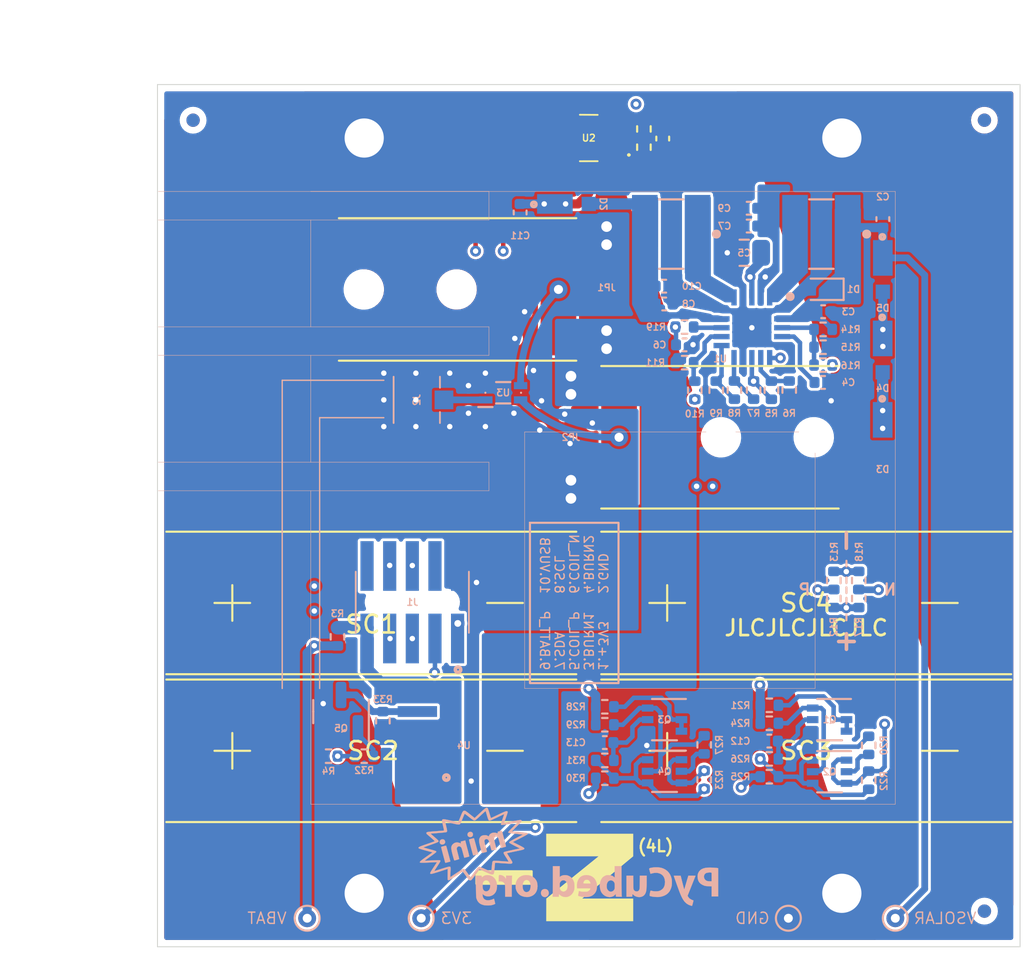
<source format=kicad_pcb>
(kicad_pcb (version 20211014) (generator pcbnew)
  (layers (0 "F.Cu" signal "Top") (1 "In1.Cu" signal) (2 "In2.Cu" signal) (31 "B.Cu" signal "Bottom") (34 "B.Paste" user) (35 "F.Paste" user) (36 "B.SilkS" user "B.Silkscreen") (37 "F.SilkS" user "F.Silkscreen") (38 "B.Mask" user) (39 "F.Mask" user) (44 "Edge.Cuts" user))
  (net 0 "")
  (net 1 "GND")
  (net 2 "+3V3")
  (net 3 "Net-(C7-Pad1)")
  (net 4 "Net-(L1-Pad2)")
  (net 5 "VOUT_EN")
  (net 6 "VSOLAR")
  (net 7 "VBAT_OK")
  (net 8 "VUSB")
  (net 9 "BATT_P")
  (net 10 "COIL_N")
  (net 11 "COIL_P")
  (net 12 "Net-(C4-Pad1)")
  (net 13 "Net-(C10-Pad1)")
  (net 14 "Net-(L2-Pad1)")
  (net 15 "Net-(R10-Pad2)")
  (net 16 "Net-(R5-Pad1)")
  (net 17 "Net-(R7-Pad1)")
  (net 18 "Net-(R8-Pad1)")
  (net 19 "Net-(R10-Pad1)")
  (net 20 "Net-(R14-Pad1)")
  (net 21 "Net-(C12-Pad1)")
  (net 22 "/coil")
  (net 23 "/VSOLAR_FULL")
  (net 24 "BURN1")
  (net 25 "Net-(C13-Pad1)")
  (net 26 "Net-(D3-Pad1)")
  (net 27 "SDA")
  (net 28 "SCL")
  (net 29 "BURN2")
  (net 30 "Net-(Q1-Pad2)")
  (net 31 "Net-(Q1-Pad6)")
  (net 32 "Net-(Q2-Pad2)")
  (net 33 "SCL_LS")
  (net 34 "Net-(Q3-Pad2)")
  (net 35 "Net-(Q3-Pad6)")
  (net 36 "Net-(Q4-Pad2)")
  (net 37 "SDA_LS")
  (net 38 "Net-(R1-Pad1)")
  (net 40 "VBAT")
  (net 41 "Net-(H5-Pad1)")
  (net 42 "Net-(H6-Pad1)")
  (net 43 "Net-(J2-Pad3)")
  (net 44 "/VBURN")
  (net 45 "Net-(Q5-Pad1)")
  (net 46 "Net-(Q5-Pad3)")
  (footprint "solarpanels:KXOB25-05X3F" (layer "F.Cu") (at 84 71.4)
    (fp_text reference "SC1")
    (fp_text value "SolarCell_Small")
  )
  (footprint "solarpanels:KXOB25-05X3F" (layer "F.Cu") (at 108.4 71.4)
    (fp_text reference "SC4")
    (fp_text value "SolarCell_Small")
  )
  (footprint "Capacitor_SMD:C_0402_1005Metric" (layer "F.Cu") (at 110.85 45.33 -90)
    (fp_text reference "C1" hide)
    (fp_text value "1uF")
  )
  (footprint "Resistor_SMD:R_0402_1005Metric" (layer "F.Cu") (at 109.794203 45.815003 -90)
    (fp_text reference "R1" hide)
    (fp_text value "0")
  )
  (footprint "solarpanels:TSL2561" (layer "F.Cu") (at 106.7 45.3 180)
    (fp_text reference "U2")
    (fp_text value "TSL2561" hide)
  )
  (footprint "Resistor_SMD:R_0402_1005Metric" (layer "F.Cu") (at 109.794203 44.790003 -90)
    (fp_text reference "R2" hide)
    (fp_text value "0")
  )
  (footprint "Fiducial:Fiducial_0.75mm_Mask1.5mm" (layer "F.Cu") (at 128.9 88.7)
    (fp_text reference "REF**" hide)
    (fp_text value "Fiducial_0.75mm_Mask1.5mm")
  )
  (footprint "Fiducial:Fiducial_0.75mm_Mask1.5mm" (layer "F.Cu") (at 84.5 44.3)
    (fp_text reference "REF**" hide)
    (fp_text value "Fiducial_0.75mm_Mask1.5mm")
  )
  (footprint "Fiducial:Fiducial_0.75mm_Mask1.5mm" (layer "F.Cu") (at 128.9 44.3)
    (fp_text reference "REF**" hide)
    (fp_text value "Fiducial_0.75mm_Mask1.5mm")
  )
  (footprint "solarpanels:KXOB25-05X3F" (layer "F.Cu") (at 108.4 79.7)
    (fp_text reference "SC3")
    (fp_text value "SolarCell_Small")
  )
  (footprint "solarpanels:KXOB25-05X3F" (layer "F.Cu") (at 84 79.7)
    (fp_text reference "SC2")
    (fp_text value "SolarCell_Small")
  )
  (footprint "custom-footprints:ypanel" (layer "F.Cu") (at 106.0958 86.5632)
    (fp_text reference "Ref**" hide)
    (fp_text value "Val**" hide)
  )
  (footprint "solarpanels:Antenna Mount" (layer "F.Cu") (at 105 53.8 180)
    (fp_text reference "H6" hide)
    (fp_text value "MountingHole_Pad")
  )
  (footprint "solarpanels:Antenna Mount" (layer "F.Cu") (at 108.4 62.1)
    (fp_text reference "H5" hide)
    (fp_text value "MountingHole_Pad")
  )
  (footprint "Capacitor_SMD:C_0805_2012Metric" (layer "B.Cu") (at 115.421215 51.742156 180)
    (fp_text reference "C5")
    (fp_text value "100uF")
  )
  (footprint "Capacitor_SMD:C_0402_1005Metric" (layer "B.Cu") (at 115.671215 49.242156 180)
    (fp_text reference "C9")
    (fp_text value "0.1uF")
  )
  (footprint "Capacitor_SMD:C_0402_1005Metric" (layer "B.Cu") (at 110.933665 54.616656)
    (fp_text reference "C8")
    (fp_text value "22uF")
  )
  (footprint "Capacitor_SMD:C_0402_1005Metric" (layer "B.Cu") (at 112.075 56.91)
    (fp_text reference "C6")
    (fp_text value "1uF")
  )
  (footprint "Capacitor_SMD:C_0402_1005Metric" (layer "B.Cu") (at 119.846965 59.021156)
    (fp_text reference "C4")
    (fp_text value "10nF")
  )
  (footprint "solarpanels:LPS4018" (layer "B.Cu") (at 111.322765 50.692156 180)
    (fp_text reference "L2" hide)
    (fp_text value "10uH-LPS4018-103MR" hide)
  )
  (footprint "Resistor_SMD:R_0402_1005Metric" (layer "B.Cu") (at 119.850005 57.042156 180)
    (fp_text reference "R15")
    (fp_text value "0")
  )
  (footprint "Resistor_SMD:R_0402_1005Metric" (layer "B.Cu") (at 113.850005 59.457844 90)
    (fp_text reference "R9")
    (fp_text value "4.53M")
  )
  (footprint "Resistor_SMD:R_0402_1005Metric" (layer "B.Cu") (at 112.075 57.91)
    (fp_text reference "R11")
    (fp_text value "4.75M")
  )
  (footprint "Resistor_SMD:R_0402_1005Metric" (layer "B.Cu") (at 115.950005 59.45 90)
    (fp_text reference "R7")
    (fp_text value "374K")
  )
  (footprint "Resistor_SMD:R_0402_1005Metric" (layer "B.Cu") (at 112.075 55.91 180)
    (fp_text reference "R19")
    (fp_text value "0")
  )
  (footprint "Resistor_SMD:R_0402_1005Metric" (layer "B.Cu") (at 114.871215 59.45 90)
    (fp_text reference "R8")
    (fp_text value "8.25M")
  )
  (footprint "Resistor_SMD:R_0402_1005Metric" (layer "B.Cu") (at 119.850005 56.042156)
    (fp_text reference "R14")
    (fp_text value "0")
  )
  (footprint "Resistor_SMD:R_0402_1005Metric" (layer "B.Cu") (at 112.65 59.46 -90)
    (fp_text reference "R10")
    (fp_text value "8.25M")
  )
  (footprint "solarpanels:QFN50P350X350X100-21N-D" (layer "B.Cu") (at 115.85 55.95 180)
    (fp_text reference "U1")
    (fp_text value "BQ25570RGRR" hide)
  )
  (footprint "solarpanels:LPS4018" (layer "B.Cu") (at 119.751555 50.692156 180)
    (fp_text reference "L1" hide)
    (fp_text value "22uH-LPS4018-223MR" hide)
  )
  (footprint "Resistor_SMD:R_0402_1005Metric" (layer "B.Cu") (at 119.849965 58.045956 180)
    (fp_text reference "R16")
    (fp_text value "0")
  )
  (footprint "Resistor_SMD:R_0402_1005Metric" (layer "B.Cu") (at 116.946965 59.457844 -90)
    (fp_text reference "R5")
    (fp_text value "7.32M")
  )
  (footprint "Capacitor_SMD:C_0402_1005Metric" (layer "B.Cu") (at 115.671215 50.242156 180)
    (fp_text reference "C7")
    (fp_text value "4.7uF")
  )
  (footprint "solarpanels:MICROSMP" (layer "B.Cu") (at 105.45 49)
    (fp_text reference "D2")
    (fp_text value "MSS1P4-M3_89A" hide)
  )
  (footprint "Resistor_SMD:R_0402_1005Metric" (layer "B.Cu") (at 117.946965 59.45 90)
    (fp_text reference "R6")
    (fp_text value "5.62M")
  )
  (footprint "Capacitor_SMD:C_0402_1005Metric" (layer "B.Cu") (at 123.2 49.85 90)
    (fp_text reference "C2")
    (fp_text value "0.1uF")
  )
  (footprint "Capacitor_SMD:C_0402_1005Metric" (layer "B.Cu") (at 119.850005 55.05)
    (fp_text reference "C3")
    (fp_text value "4.7uF")
  )
  (footprint "TestPoint:TestPoint_THTPad_D1.0mm_Drill0.5mm" (layer "B.Cu") (at 117.9 89.1)
    (fp_text reference "TP2" hide)
    (fp_text value "TP")
  )
  (footprint "TestPoint:TestPoint_THTPad_D1.0mm_Drill0.5mm" (layer "B.Cu") (at 97.3 89.1)
    (fp_text reference "TP3" hide)
    (fp_text value "TP")
  )
  (footprint "TestPoint:TestPoint_THTPad_D1.0mm_Drill0.5mm" (layer "B.Cu") (at 90.9 89.1)
    (fp_text reference "TP4" hide)
    (fp_text value "TP")
  )
  (footprint "TestPoint:TestPoint_THTPad_D1.0mm_Drill0.5mm" (layer "B.Cu") (at 123.9 89.1)
    (fp_text reference "TP1" hide)
    (fp_text value "TP")
  )
  (footprint "Resistor_SMD:R_0402_1005Metric" (layer "B.Cu") (at 121.85 70.14 -90)
    (fp_text reference "R18")
    (fp_text value "0")
  )
  (footprint "Resistor_SMD:R_0402_1005Metric" (layer "B.Cu") (at 121.85 71.15 -90)
    (fp_text reference "R17")
    (fp_text value "0")
  )
  (footprint "Resistor_SMD:R_0402_1005Metric" (layer "B.Cu") (at 120.45 71.15 -90)
    (fp_text reference "R12")
    (fp_text value "0")
  )
  (footprint "Resistor_SMD:R_0402_1005Metric" (layer "B.Cu") (at 120.45 70.14 -90)
    (fp_text reference "R13")
    (fp_text value "0")
  )
  (footprint "Fiducial:Fiducial_0.75mm_Mask1.5mm" (layer "B.Cu") (at 128.9 44.3)
    (fp_text reference "REF**" hide)
    (fp_text value "Fiducial_0.75mm_Mask1.5mm")
  )
  (footprint "Fiducial:Fiducial_0.75mm_Mask1.5mm" (layer "B.Cu") (at 84.5 44.3)
    (fp_text reference "REF**" hide)
    (fp_text value "Fiducial_0.75mm_Mask1.5mm")
  )
  (footprint "Fiducial:Fiducial_0.75mm_Mask1.5mm" (layer "B.Cu") (at 128.9 88.7)
    (fp_text reference "REF**" hide)
    (fp_text value "Fiducial_0.75mm_Mask1.5mm")
  )
  (footprint "Diode_SMD:D_SOD-523" (layer "B.Cu") (at 119.850765 53.792156 180)
    (fp_text reference "D1")
    (fp_text value "SZMM5Z5V1T1G")
  )
  (footprint "Resistor_SMD:R_0402_1005Metric" (layer "B.Cu") (at 116.830711 77.144289)
    (fp_text reference "R21")
    (fp_text value "100K")
  )
  (footprint "Resistor_SMD:R_0402_1005Metric" (layer "B.Cu") (at 113.175 79.364 90)
    (fp_text reference "R27")
    (fp_text value "680")
  )
  (footprint "solarpanels:MICROSMP" (layer "B.Cu") (at 123.2 52.68 -90)
    (fp_text reference "D5")
    (fp_text value "MSS1P4-M3_89A" hide)
  )
  (footprint "solarpanels:MICROSMP" (layer "B.Cu") (at 123.19 61.77 -90)
    (fp_text reference "D3")
    (fp_text value "MSS1P4-M3_89A" hide)
  )
  (footprint "Capacitor_SMD:C_0402_1005Metric" (layer "B.Cu") (at 102.85 49.48 -90)
    (fp_text reference "C11")
    (fp_text value "0.1uF")
  )
  (footprint "Resistor_SMD:R_0402_1005Metric" (layer "B.Cu") (at 122.405711 79.394289 90)
    (fp_text reference "R20")
    (fp_text value "680")
  )
  (footprint "MountingHole:MountingHole_2.2mm_M2_DIN965_Pad" (layer "B.Cu") (at 94.1 45.3 180)
    (fp_text reference "H2" hide)
    (fp_text value "MountingHole")
  )
  (footprint "custom-footprints:pycubed_mini_logo" (layer "B.Cu") (at 98.758009 85.133348 180)
    (fp_text reference "Ref**" hide)
    (fp_text value "Val**" hide)
  )
  (footprint "Resistor_SMD:R_0402_1005Metric" (layer "B.Cu") (at 113.175 81.325 90)
    (fp_text reference "R23")
    (fp_text value "0")
  )
  (footprint "Capacitor_SMD:C_0402_1005Metric" (layer "B.Cu") (at 116.830711 79.154289 180)
    (fp_text reference "C12")
    (fp_text value "10nF")
  )
  (footprint "solarpanels:ATB2012" (layer "B.Cu") (at 101.9 59.6)
    (fp_text reference "U3")
    (fp_text value "ATB2012-50011-T000")
  )
  (footprint "Resistor_SMD:R_0402_1005Metric" (layer "B.Cu") (at 107.6 77.227991)
    (fp_text reference "R28")
    (fp_text value "100K")
  )
  (footprint "Resistor_SMD:R_0402_1005Metric" (layer "B.Cu") (at 94.1 80 180)
    (fp_text reference "R32")
    (fp_text value "4.7k")
  )
  (footprint "Resistor_SMD:R_0402_1005Metric" (layer "B.Cu") (at 122.405711 81.350089 90)
    (fp_text reference "R22")
    (fp_text value "0")
  )
  (footprint "Resistor_SMD:R_0402_1005Metric" (layer "B.Cu") (at 92.1 80 180)
    (fp_text reference "R4")
    (fp_text value "10k")
  )
  (footprint "Resistor_SMD:R_0402_1005Metric" (layer "B.Cu") (at 95.15 78.01 -90)
    (fp_text reference "R33")
    (fp_text value "100k")
  )
  (footprint "Resistor_SMD:R_0402_1005Metric" (layer "B.Cu") (at 116.830711 78.154289)
    (fp_text reference "R24")
    (fp_text value "10K")
  )
  (footprint "solarpanels:Burn-Wire" (layer "B.Cu") (at 107.7 53.7)
    (fp_text reference "JP1")
    (fp_text value "Jumper")
  )
  (footprint "Resistor_SMD:R_0402_1005Metric" (layer "B.Cu") (at 107.6 80.237991)
    (fp_text reference "R31")
    (fp_text value "200K")
  )
  (footprint "Resistor_SMD:R_0402_1005Metric" (layer "B.Cu") (at 116.830711 81.154289)
    (fp_text reference "R25")
    (fp_text value "10K")
  )
  (footprint "Package_TO_SOT_SMD:SOT-363_SC-70-6" (layer "B.Cu") (at 110.95 77.95 180)
    (fp_text reference "Q3")
    (fp_text value "BSS138DWQ-7")
  )
  (footprint "MountingHole:MountingHole_2.2mm_M2_DIN965_Pad" (layer "B.Cu") (at 120.900012 87.700002 180)
    (fp_text reference "H4" hide)
    (fp_text value "MountingHole")
  )
  (footprint "Package_TO_SOT_SMD:SOT-23" (layer "B.Cu") (at 92.8 77.5 90)
    (fp_text reference "Q5")
    (fp_text value "IRLML2803")
  )
  (footprint "Resistor_SMD:R_0402_1005Metric" (layer "B.Cu") (at 116.830711 80.154289)
    (fp_text reference "R26")
    (fp_text value "200K")
  )
  (footprint "Resistor_SMD:R_0402_1005Metric" (layer "B.Cu") (at 92.6 73.3 -90)
    (fp_text reference "R3")
    (fp_text value "0")
  )
  (footprint "solarpanels:Burn-Wire" (layer "B.Cu") (at 105.7 62.1 180)
    (fp_text reference "JP2")
    (fp_text value "Jumper")
  )
  (footprint "MountingHole:MountingHole_2.2mm_M2_DIN965_Pad" (layer "B.Cu") (at 94.09999 87.700002 180)
    (fp_text reference "H3" hide)
    (fp_text value "MountingHole")
  )
  (footprint "solarpanels:U.FL-R-SMT-1" (layer "B.Cu") (at 97.05 60 -90)
    (fp_text reference "J2")
    (fp_text value "U.FL-R-SMT-1" hide)
  )
  (footprint "Package_TO_SOT_SMD:SOT-363_SC-70-6" (layer "B.Cu") (at 120.2118 80.875 180)
    (fp_text reference "Q2")
    (fp_text value "MBT2222ADW1T1")
  )
  (footprint "Resistor_SMD:R_0402_1005Metric" (layer "B.Cu") (at 107.6 81.237991)
    (fp_text reference "R30")
    (fp_text value "10K")
  )
  (footprint "Package_TO_SOT_SMD:SOT-363_SC-70-6" (layer "B.Cu") (at 120.2118 77.95 180)
    (fp_text reference "Q1")
    (fp_text value "BSS138DWQ-7")
  )
  (footprint "solarpanels:NDS8434" (layer "B.Cu") (at 99.7 79.4 90)
    (fp_text reference "U4")
    (fp_text value "NDS8434" hide)
  )
  (footprint "Package_TO_SOT_SMD:SOT-363_SC-70-6" (layer "B.Cu") (at 110.95 80.85 180)
    (fp_text reference "Q4")
    (fp_text value "MBT2222ADW1T1")
  )
  (footprint "Capacitor_SMD:C_0402_1005Metric" (layer "B.Cu") (at 107.6 79.237991 180)
    (fp_text reference "C13")
    (fp_text value "10nF")
  )
  (footprint "MountingHole:MountingHole_2.2mm_M2_DIN965_Pad" (layer "B.Cu") (at 120.900012 45.300011 180)
    (fp_text reference "H1" hide)
    (fp_text value "MountingHole")
  )
  (footprint "Resistor_SMD:R_0402_1005Metric" (layer "B.Cu") (at 107.6 78.237991)
    (fp_text reference "R29")
    (fp_text value "10K")
  )
  (footprint "Capacitor_SMD:C_0402_1005Metric" (layer "B.Cu") (at 110.933665 53.616656)
    (fp_text reference "C10")
    (fp_text value "0.1uF")
  )
  (footprint "batteryboard:FTS-105-XX-YY-DV-A" (layer "B.Cu") (at 96.8 71.36 180)
    (fp_text reference "J1")
    (fp_text value "FTS-105-01-L-DV-A" hide)
  )
  (footprint "solarpanels:MICROSMP" (layer "B.Cu") (at 123.19 57.2 -90)
    (fp_text reference "D4")
    (fp_text value "MSS1P4-M3_89A" hide)
  )
  (gr_line (start 121.158 70.2818) (end 121.158 69.9643) (layer "B.SilkS") (width 0.12))
  (gr_line (start 121.158 70.52475) (end 121.158 70.84225) (layer "B.SilkS") (width 0.12))
  (gr_line (start 121.158 71.11365) (end 121.158 71.43115) (layer "B.SilkS") (width 0.12))
  (gr_line (start 121.158 69.0325) (end 121.158 69.35) (layer "B.SilkS") (width 0.12))
  (gr_line (start 121.158 72.37095) (end 121.158 72.05345) (layer "B.SilkS") (width 0.12))
  (gr_line (start 91.1 82.7) (end 91.1 65.1) (layer "B.SilkS") (width 0.0254))
  (gr_line (start 119.4 76.2) (end 103.1 76.2) (layer "B.SilkS") (width 0.0254))
  (gr_line (start 89.5 58.9) (end 89.5 76.2) (layer "B.SilkS") (width 0.0762))
  (gr_line (start 101.1 55.9) (end 82.55 55.9) (layer "B.SilkS") (width 0.0254))
  (gr_line (start 103.1 61.8) (end 119.4 61.8) (layer "B.SilkS") (width 0.0254))
  (gr_rect (start 103.4 66.9) (end 108.37 75.9) (layer "B.SilkS") (width 0.12) (fill none))
  (gr_line (start 82.55 57.5) (end 101.1 57.5) (layer "B.SilkS") (width 0.0254))
  (gr_line (start 95.2 61) (end 91.6 61) (layer "B.SilkS") (width 0.0762))
  (gr_line (start 119.4 61.8) (end 119.4 76.2) (layer "B.SilkS") (width 0.0254))
  (gr_line (start 101.1 63.5) (end 82.55 63.5) (layer "B.SilkS") (width 0.0254))
  (gr_line (start 95.2 58.9) (end 89.5 58.9) (layer "B.SilkS") (width 0.0762))
  (gr_line (start 101.1 57.5) (end 101.1 55.9) (layer "B.SilkS") (width 0.0254))
  (gr_line (start 123.9 48.3) (end 123.9 82.7) (layer "B.SilkS") (width 0.0254))
  (gr_line (start 91.1 48.3) (end 123.9 48.3) (layer "B.SilkS") (width 0.0254))
  (gr_line (start 123.9 82.7) (end 91.1 82.7) (layer "B.SilkS") (width 0.0254))
  (gr_line (start 91.1 55.9) (end 91.1 49.9) (layer "B.SilkS") (width 0.0254))
  (gr_line (start 82.55 49.9) (end 101.1 49.9) (layer "B.SilkS") (width 0.0254))
  (gr_line (start 91.1 63.5) (end 91.1 57.5) (layer "B.SilkS") (width 0.0254))
  (gr_line (start 101.1 65.1) (end 101.1 63.5) (layer "B.SilkS") (width 0.0254))
  (gr_line (start 91.6 61) (end 91.6 76.2) (layer "B.SilkS") (width 0.0762))
  (gr_line (start 101.1 49.9) (end 101.1 48.3) (layer "B.SilkS") (width 0.0254))
  (gr_line (start 103.1 76.2) (end 103.1 61.8) (layer "B.SilkS") (width 0.0254))
  (gr_line (start 82.55 65.1) (end 101.1 65.1) (layer "B.SilkS") (width 0.0254))
  (gr_line (start 101.1 48.3) (end 82.55 48.3) (layer "B.SilkS") (width 0.0254))
  (gr_line (start 82.5 90.7) (end 82.5 42.3) (layer "Edge.Cuts") (width 0.05))
  (gr_line (start 82.5 42.3) (end 130.9 42.3) (layer "Edge.Cuts") (width 0.05))
  (gr_line (start 82.5 90.7) (end 130.9 90.7) (layer "Edge.Cuts") (width 0.05))
  (gr_line (start 130.9 42.3) (end 130.9 90.7) (layer "Edge.Cuts") (width 0.05))
  (gr_text "GND" (at 116.9 89.1) (layer "B.SilkS") (effects (font (size 0.635 0.635) (thickness 0.0762)) (justify left mirror)))
  (gr_text "VSOLAR" (at 128.5 89.1) (layer "B.SilkS") (effects (font (size 0.635 0.635) (thickness 0.0762)) (justify left mirror)))
  (gr_text "VBAT" (at 89.8 89.1) (layer "B.SilkS") (effects (font (size 0.635 0.635) (thickness 0.0762)) (justify left mirror)))
  (gr_text "3V3" (at 100.2 89.1) (layer "B.SilkS") (effects (font (size 0.635 0.635) (thickness 0.0762)) (justify left mirror)))
  (gr_text "+" (at 121.158 73.4822) (layer "B.SilkS") (effects (font (size 1.143 1.143) (thickness 0.2032)) (justify mirror)))
  (gr_text "P" (at 118.8 70.65) (layer "B.SilkS") (effects (font (size 0.635 0.635) (thickness 0.127)) (justify mirror)))
  (gr_text "N" (at 123.6 70.65) (layer "B.SilkS") (effects (font (size 0.635 0.635) (thickness 0.127)) (justify mirror)))
  (gr_text "-" (at 121.2342 67.8942 270) (layer "B.SilkS") (effects (font (size 1.143 1.143) (thickness 0.2032)) (justify mirror)))
  (gr_text "2.GND\n4.BURN2\n6.COIL_N\n8.SCL\n10.VUSB" (at 105.86 70.925 270) (layer "B.SilkS") (effects (font (size 0.508 0.508) (thickness 0.0762)) (justify left mirror)))
  (gr_text "1.+3V3\n3.BURN1\n5.COIL_P\n7.SDA\n9.BATT_P" (at 105.86 75.225 270) (layer "B.SilkS") (effects (font (size 0.508 0.508) (thickness 0.0762)) (justify left mirror)))
  (gr_text "(4L)" (at 110.45 85.05) (layer "F.SilkS") (effects (font (size 0.635 0.635) (thickness 0.127))))
  (gr_text "JLCJLCJLCJLC" (at 118.9 72.8) (layer "F.SilkS") (effects (font (size 0.889 0.889))))
  (segment (start 112.85 44.35) (end 114.471215 45.971215) (width 0.508) (layer "F.Cu") (net 1))
  (segment (start 110.35 44.35) (end 110.85 44.85) (width 0.508) (layer "F.Cu") (net 1))
  (segment (start 114.471215 45.971215) (end 114.471215 51.742156) (width 0.508) (layer "F.Cu") (net 1))
  (segment (start 108.15 44.35) (end 112.85 44.35) (width 0.508) (layer "F.Cu") (net 1))
  (segment (start 109.794203 44.280003) (end 109.724206 44.35) (width 0.508) (layer "F.Cu") (net 1))
  (via (at 118.506369 79.519108) (size 0.6096) (drill 0.3048) (layers "F.Cu" "B.Cu") (net 1))
  (via (at 106.9 61.3) (size 0.6096) (drill 0.3048) (layers "F.Cu" "B.Cu") (net 1))
  (via (at 98.9 61.5) (size 0.6096) (drill 0.3048) (layers "F.Cu" "B.Cu") (net 1))
  (via (at 100.1 81.4) (size 0.6096) (drill 0.3048) (layers "F.Cu" "B.Cu") (net 1))
  (via (at 100.9 61.5) (size 0.6096) (drill 0.3048) (layers "F.Cu" "B.Cu") (net 1))
  (via (at 103.1 55.05) (size 0.6096) (drill 0.3048) (layers "F.Cu" "B.Cu") (net 1))
  (via (at 105.35 60.8) (size 0.6096) (drill 0.3048) (layers "F.Cu" "B.Cu") (net 1))
  (via (at 115.850005 55.95) (size 0.6096) (drill 0.3048) (layers "F.Cu" "B.Cu") (net 1))
  (via (at 105.65 62.45) (size 0.6096) (drill 0.3048) (layers "F.Cu" "B.Cu") (net 1))
  (via (at 100.4 70.25) (size 0.6096) (drill 0.3048) (layers "F.Cu" "B.Cu") (net 1))
  (via (at 91.8 77.05) (size 0.6096) (drill 0.3048) (layers "F.Cu" "B.Cu") (net 1))
  (via (at 95.2 58.5) (size 0.6096) (drill 0.3048) (layers "F.Cu" "B.Cu") (net 1))
  (via (at 120.3 60.05) (size 0.6096) (drill 0.3048) (layers "F.Cu" "B.Cu") (net 1))
  (via (at 109.956702 79.4) (size 0.6096) (drill 0.3048) (layers "F.Cu" "B.Cu") (net 1))
  (via (at 100.9 58.5) (size 0.6096) (drill 0.3048) (layers "F.Cu" "B.Cu") (net 1))
  (via (at 102.55 56.55) (size 0.6096) (drill 0.3048) (layers "F.Cu" "B.Cu") (net 1))
  (via (at 112.55 56.9) (size 0.6096) (drill 0.3048) (layers "F.Cu" "B.Cu") (net 1))
  (via (at 99.95 59.2) (size 0.6096) (drill 0.3048) (layers "F.Cu" "B.Cu") (net 1))
  (via (at 102.5 60.75) (size 0.6096) (drill 0.3048) (layers "F.Cu" "B.Cu") (net 1))
  (via (at 97 60) (size 0.6096) (drill 0.3048) (layers "F.Cu" "B.Cu") (net 1))
  (via (at 114.471215 51.742156) (size 0.6096) (drill 0.3048) (layers "F.Cu" "B.Cu") (net 1))
  (via (at 104.05 60.05) (size 0.6096) (drill 0.3048) (layers "F.Cu" "B.Cu") (net 1))
  (via (at 95.2 60) (size 0.6096) (drill 0.3048) (layers "F.Cu" "B.Cu") (net 1))
  (via (at 97 61.5) (size 0.6096) (drill 0.3048) (layers "F.Cu" "B.Cu") (net 1))
  (via (at 103.95 61.7) (size 0.6096) (drill 0.3048) (layers "F.Cu" "B.Cu") (net 1))
  (via (at 98.9 58.5) (size 0.6096) (drill 0.3048) (layers "F.Cu" "B.Cu") (net 1))
  (via (at 103.6 58.35) (size 0.6096) (drill 0.3048) (layers "F.Cu" "B.Cu") (net 1))
  (via (at 95.2 61.5) (size 0.6096) (drill 0.3048) (layers "F.Cu" "B.Cu") (net 1))
  (via (at 97 58.5) (size 0.6096) (drill 0.3048) (layers "F.Cu" "B.Cu") (net 1))
  (via (at 99.95 60.75) (size 0.6096) (drill 0.3048) (layers "F.Cu" "B.Cu") (net 1))
  (segment (start 112.555 56.92) (end 111.565 57.91) (width 0.3048) (layer "B.Cu") (net 1))
  (segment (start 115.350005 54.25) (end 115.350005 55.45) (width 0.3048) (layer "B.Cu") (net 1))
  (segment (start 108.15 46.25) (end 110.41 46.25) (width 0.508) (layer "F.Cu") (net 2))
  (segment (start 108.15 46.25) (end 107.15 46.25) (width 0.508) (layer "F.Cu") (net 2))
  (segment (start 106.7 46.7) (end 106.7 48.4) (width 0.508) (layer "F.Cu") (net 2))
  (segment (start 106.1 49) (end 105.4 49) (width 0.508) (layer "F.Cu") (net 2))
  (segment (start 106.7 48.4) (end 106.1 49) (width 0.508) (layer "F.Cu") (net 2))
  (segment (start 107.15 46.25) (end 106.7 46.7) (width 0.508) (layer "F.Cu") (net 2))
  (segment (start 110.41 46.25) (end 110.85 45.81) (width 0.508) (layer "F.Cu") (net 2))
  (via (at 99.35 72.55) (size 0.762) (drill 0.381) (layers "F.Cu" "B.Cu") (net 2))
  (via (at 103.7 84) (size 0.6096) (drill 0.3048) (layers "F.Cu" "B.Cu") (net 2))
  (via (at 116.3 76) (size 0.6096) (drill 0.3048) (layers "F.Cu" "B.Cu") (net 2))
  (via (at 104.2 49) (size 0.6096) (drill 0.3048) (layers "F.Cu" "B.Cu") (net 2))
  (via (at 106.7 82.1) (size 0.6096) (drill 0.3048) (layers "F.Cu" "B.Cu") (net 2))
  (via (at 106.7 76.2) (size 0.6096) (drill 0.3048) (layers "F.Cu" "B.Cu") (net 2))
  (via (at 115.25 81.75) (size 0.6096) (drill 0.3048) (layers "F.Cu" "B.Cu") (net 2))
  (via (at 105.4 49) (size 0.6096) (drill 0.3048) (layers "F.Cu" "B.Cu") (net 2))
  (segment (start 116.320711 78.154289) (end 116.320711 76.020711) (width 0.508) (layer "B.Cu") (net 2))
  (segment (start 102.85 49) (end 104.2 49) (width 0.508) (layer "B.Cu") (net 2))
  (segment (start 115.845711 81.154289) (end 116.320711 81.154289) (width 0.381) (layer "B.Cu") (net 2))
  (segment (start 115.25 81.75) (end 115.845711 81.154289) (width 0.381) (layer "B.Cu") (net 2))
  (segment (start 103.7 84) (end 102.4 84) (width 0.381) (layer "B.Cu") (net 2))
  (segment (start 107.09 78.237991) (end 107.09 77.227991) (width 0.508) (layer "B.Cu") (net 2))
  (segment (start 107.09 77.227991) (end 107.09 76.59) (width 0.508) (layer "B.Cu") (net 2))
  (segment (start 116.320711 76.020711) (end 116.3 76) (width 0.508) (layer "B.Cu") (net 2))
  (segment (start 107.09 81.71) (end 106.7 82.1) (width 0.381) (layer "B.Cu") (net 2))
  (segment (start 102.4 84) (end 97.3 89.1) (width 0.381) (layer "B.Cu") (net 2))
  (segment (start 107.09 76.59) (end 106.7 76.2) (width 0.508) (layer "B.Cu") (net 2))
  (segment (start 107.09 81.237991) (end 107.09 81.71) (width 0.381) (layer "B.Cu") (net 2))
  (via (at 120.371965 58.021156) (size 0.6096) (drill 0.3048) (layers "F.Cu" "B.Cu") (net 3))
  (via (at 116.6 53.1) (size 0.6096) (drill 0.3048) (layers "F.Cu" "B.Cu") (net 3))
  (via (at 111.56 55.91) (size 0.6096) (drill 0.3048) (layers "F.Cu" "B.Cu") (net 5))
  (via (at 117.446965 57.646156) (size 0.6096) (drill 0.3048) (layers "F.Cu" "B.Cu") (net 5))
  (segment (start 117.443121 57.65) (end 116.85 57.65) (width 0.254) (layer "B.Cu") (net 5))
  (segment (start 111.595 55.945) (end 111.595 56.91) (width 0.254) (layer "B.Cu") (net 5))
  (segment (start 117.446965 57.646156) (end 117.443121 57.65) (width 0.254) (layer "B.Cu") (net 5))
  (segment (start 125.55 53) (end 124.58 52.03) (width 0.381) (layer "B.Cu") (net 6))
  (segment (start 124.58 52.03) (end 123.2 52.03) (width 0.381) (layer "B.Cu") (net 6))
  (segment (start 123.2 50.33) (end 123.2 52.03) (width 0.508) (layer "B.Cu") (net 6))
  (segment (start 123.2 50.33) (end 121.593261 50.33) (width 0.508) (layer "B.Cu") (net 6))
  (segment (start 123.9 89.1) (end 125.55 87.45) (width 0.381) (layer "B.Cu") (net 6))
  (segment (start 125.55 87.45) (end 125.55 53) (width 0.381) (layer "B.Cu") (net 6))
  (segment (start 119.370005 55.042156) (end 120.282665 55.954816) (width 0.29972) (layer "B.Cu") (net 6))
  (segment (start 114.15 55.95) (end 112.625 55.95) (width 0.254) (layer "B.Cu") (net 7))
  (segment (start 94.26 73.395) (end 94.26 75.19) (width 0.762) (layer "B.Cu") (net 9))
  (segment (start 92.6 72.79) (end 94.26 72.79) (width 0.762) (layer "B.Cu") (net 9))
  (segment (start 94.26 75.19) (end 95 75.93) (width 0.762) (layer "B.Cu") (net 9))
  (via (at 96.8 69.3) (size 0.6096) (drill 0.3048) (layers "F.Cu" "B.Cu") (net 10))
  (via (at 122.953 70.66) (size 0.6096) (drill 0.3048) (layers "F.Cu" "B.Cu") (net 10))
  (segment (start 122.953 70.66) (end 121.953 70.66) (width 0.381) (layer "B.Cu") (net 10))
  (via (at 96.8 73.4) (size 0.6096) (drill 0.3048) (layers "F.Cu" "B.Cu") (net 11))
  (via (at 119.553 70.66) (size 0.6096) (drill 0.3048) (layers "F.Cu" "B.Cu") (net 11))
  (segment (start 119.553 70.66) (end 120.533 70.66) (width 0.381) (layer "B.Cu") (net 11))
  (segment (start 119.366965 58.991156) (end 118.550005 58.174196) (width 0.254) (layer "B.Cu") (net 12))
  (segment (start 118.2088 56.45) (end 117.550005 56.45) (width 0.254) (layer "B.Cu") (net 12))
  (segment (start 118.550005 58.174196) (end 118.550005 56.791205) (width 0.254) (layer "B.Cu") (net 12))
  (segment (start 118.550005 56.791205) (end 118.2088 56.45) (width 0.254) (layer "B.Cu") (net 12))
  (segment (start 106.7 49) (end 109.843215 49) (width 0.635) (layer "B.Cu") (net 13))
  (via (at 115.946965 58.954) (size 0.6096) (drill 0.3048) (layers "F.Cu" "B.Cu") (net 15))
  (via (at 112.65 59.97) (size 0.6096) (drill 0.3048) (layers "F.Cu" "B.Cu") (net 15))
  (segment (start 115.946965 58.954) (end 116.946965 59.954) (width 0.254) (layer "B.Cu") (net 15))
  (segment (start 115.85 57.65) (end 115.85 58.839995) (width 0.254) (layer "B.Cu") (net 15))
  (segment (start 116.954809 58.94) (end 117.946965 58.94) (width 0.254) (layer "B.Cu") (net 16))
  (segment (start 116.35 58.350879) (end 116.946965 58.947844) (width 0.254) (layer "B.Cu") (net 16))
  (segment (start 116.35 57.65) (end 116.35 58.350879) (width 0.254) (layer "B.Cu") (net 16))
  (segment (start 114.85 57.65) (end 114.85 58.918785) (width 0.254) (layer "B.Cu") (net 17))
  (segment (start 115.952161 59.96) (end 114.932161 58.94) (width 0.254) (layer "B.Cu") (net 17))
  (segment (start 114.862161 59.96) (end 113.850005 58.947844) (width 0.254) (layer "B.Cu") (net 18))
  (segment (start 113.850005 58.947844) (end 114.15 58.647849) (width 0.254) (layer "B.Cu") (net 18))
  (segment (start 114.15 58.647849) (end 114.15 56.95) (width 0.254) (layer "B.Cu") (net 18))
  (segment (start 113.2 56.8) (end 113.2 57.295) (width 0.254) (layer "B.Cu") (net 19))
  (segment (start 113.55 56.45) (end 113.2 56.8) (width 0.254) (layer "B.Cu") (net 19))
  (segment (start 113.2 57.295) (end 112.585 57.91) (width 0.254) (layer "B.Cu") (net 19))
  (segment (start 114.15 56.45) (end 113.55 56.45) (width 0.254) (layer "B.Cu") (net 19))
  (segment (start 112.585 57.91) (end 112.585 58.885) (width 0.254) (layer "B.Cu") (net 19))
  (segment (start 119.339965 58.045956) (end 119.339965 57.042196) (width 0.254) (layer "B.Cu") (net 20))
  (segment (start 119.247849 55.95) (end 117.55 55.95) (width 0.254) (layer "B.Cu") (net 20))
  (segment (start 119.340005 57.042156) (end 119.340005 56.042156) (width 0.254) (layer "B.Cu") (net 20))
  (segment (start 118.830711 77.95) (end 118.430711 78.35) (width 0.254) (layer "B.Cu") (net 21))
  (segment (start 118.430711 78.769289) (end 118.05 79.15) (width 0.254) (layer "B.Cu") (net 21))
  (segment (start 117.340711 80.154289) (end 117.340711 79.184289) (width 0.254) (layer "B.Cu") (net 21))
  (segment (start 118.430711 78.35) (end 118.430711 78.769289) (width 0.254) (layer "B.Cu") (net 21))
  (segment (start 118.05 79.15) (end 117.315 79.15) (width 0.254) (layer "B.Cu") (net 21))
  (segment (start 119.2768 77.95) (end 118.830711 77.95) (width 0.254) (layer "B.Cu") (net 21))
  (via (at 109.35 43.4) (size 0.6096) (drill 0.3048) (layers "F.Cu" "B.Cu") (net 22))
  (via (at 121.15 69.64) (size 0.6096) (drill 0.3048) (layers "F.Cu" "B.Cu") (net 22))
  (via (at 121.15 71.67) (size 0.6096) (drill 0.3048) (layers "F.Cu" "B.Cu") (net 22))
  (segment (start 120.55 69.64) (end 121.15 69.64) (width 0.381) (layer "B.Cu") (net 22))
  (segment (start 121.15 69.64) (end 121.95 69.64) (width 0.381) (layer "B.Cu") (net 22))
  (segment (start 121.15 71.67) (end 121.95 71.67) (width 0.381) (layer "B.Cu") (net 22))
  (segment (start 120.55 71.67) (end 121.15 71.67) (width 0.381) (layer "B.Cu") (net 22))
  (via (at 123.2 57) (size 0.6096) (drill 0.3048) (layers "F.Cu" "B.Cu") (net 23))
  (via (at 123.2 56.05) (size 0.6096) (drill 0.3048) (layers "F.Cu" "B.Cu") (net 23))
  (via (at 91.3 70.45) (size 0.6096) (drill 0.3048) (layers "F.Cu" "B.Cu") (net 23))
  (via (at 91.3 71.85) (size 0.6096) (drill 0.3048) (layers "F.Cu" "B.Cu") (net 23))
  (segment (start 123.2 56.63) (end 123.2 53.93) (width 0.508) (layer "B.Cu") (net 23))
  (via (at 92.61 80) (size 0.6096) (drill 0.3048) (layers "F.Cu" "B.Cu") (net 24))
  (via (at 98.05 75.31) (size 0.6096) (drill 0.3048) (layers "F.Cu" "B.Cu") (net 24))
  (segment (start 93.59 80) (end 92.61 80) (width 0.254) (layer "B.Cu") (net 24))
  (segment (start 98.07 75.29) (end 98.05 75.31) (width 0.254) (layer "B.Cu") (net 24))
  (segment (start 98.07 73.395) (end 98.07 75.29) (width 0.254) (layer "B.Cu") (net 24))
  (segment (start 108.08 79.237991) (end 108.08 80.207991) (width 0.254) (layer "B.Cu") (net 25))
  (segment (start 109.5662 77.95) (end 109.15 78.3662) (width 0.254) (layer "B.Cu") (net 25))
  (segment (start 108.812009 79.237991) (end 108.08 79.237991) (width 0.254) (layer "B.Cu") (net 25))
  (segment (start 109.15 78.3662) (end 109.15 78.9) (width 0.254) (layer "B.Cu") (net 25))
  (segment (start 109.15 78.9) (end 108.812009 79.237991) (width 0.254) (layer "B.Cu") (net 25))
  (segment (start 110 77.95) (end 109.5662 77.95) (width 0.254) (layer "B.Cu") (net 25))
  (via (at 123.19 61.6) (size 0.6096) (drill 0.3048) (layers "F.Cu" "B.Cu") (net 26))
  (via (at 112.75 64.85) (size 0.6096) (drill 0.3048) (layers "F.Cu" "B.Cu") (net 26))
  (via (at 123.19 60.6) (size 0.6096) (drill 0.3048) (layers "F.Cu" "B.Cu") (net 26))
  (via (at 113.65 64.85) (size 0.6096) (drill 0.3048) (layers "F.Cu" "B.Cu") (net 26))
  (segment (start 123.19 60.6) (end 123.19 58.45) (width 0.635) (layer "B.Cu") (net 26))
  (via (at 95.55 73.4) (size 0.6096) (drill 0.3048) (layers "F.Cu" "B.Cu") (net 27))
  (via (at 113.175 80.815) (size 0.6096) (drill 0.3048) (layers "F.Cu" "B.Cu") (net 27))
  (segment (start 111.4662 80.2) (end 111.9 80.2) (width 0.254) (layer "B.Cu") (net 27))
  (segment (start 112.49 81.5) (end 113.175 80.815) (width 0.254) (layer "B.Cu") (net 27))
  (segment (start 111.225 80.4412) (end 111.4662 80.2) (width 0.254) (layer "B.Cu") (net 27))
  (segment (start 111.225 81.325) (end 111.225 80.4412) (width 0.254) (layer "B.Cu") (net 27))
  (segment (start 111.9 81.5) (end 112.49 81.5) (width 0.254) (layer "B.Cu") (net 27))
  (segment (start 111.4 81.5) (end 111.225 81.325) (width 0.254) (layer "B.Cu") (net 27))
  (segment (start 111.9 81.5) (end 111.4 81.5) (width 0.254) (layer "B.Cu") (net 27))
  (via (at 123.3 78.2) (size 0.6096) (drill 0.3048) (layers "F.Cu" "B.Cu") (net 28))
  (via (at 95.5294 69.2912) (size 0.6096) (drill 0.3048) (layers "F.Cu" "B.Cu") (net 28))
  (segment (start 120.6768 81.5) (end 121.1768 81.5) (width 0.254) (layer "B.Cu") (net 28))
  (segment (start 121.1768 80.2) (end 120.6768 80.2) (width 0.254) (layer "B.Cu") (net 28))
  (segment (start 123.059911 80.840089) (end 122.405711 80.840089) (width 0.254) (layer "B.Cu") (net 28))
  (segment (start 120.4268 80.45) (end 120.4268 81.25) (width 0.254) (layer "B.Cu") (net 28))
  (segment (start 122.405711 80.840089) (end 121.7208 81.525) (width 0.254) (layer "B.Cu") (net 28))
  (segment (start 121.7208 81.525) (end 121.1618 81.525) (width 0.254) (layer "B.Cu") (net 28))
  (segment (start 123.3 80.6) (end 123.059911 80.840089) (width 0.254) (layer "B.Cu") (net 28))
  (segment (start 120.6768 80.2) (end 120.4268 80.45) (width 0.254) (layer "B.Cu") (net 28))
  (segment (start 120.4268 81.25) (end 120.6768 81.5) (width 0.254) (layer "B.Cu") (net 28))
  (segment (start 123.3 78.2) (end 123.3 80.6) (width 0.254) (layer "B.Cu") (net 28))
  (segment (start 118.45 76.65) (end 117.955711 77.144289) (width 0.254) (layer "B.Cu") (net 30))
  (segment (start 117.955711 77.144289) (end 117.340711 77.144289) (width 0.254) (layer "B.Cu") (net 30))
  (segment (start 120.4388 77.7978) (end 120.4388 77.2136) (width 0.254) (layer "B.Cu") (net 30))
  (segment (start 121.1768 78.6) (end 121.1768 77.95) (width 0.254) (layer "B.Cu") (net 30))
  (segment (start 121.1768 77.95) (end 120.591 77.95) (width 0.254) (layer "B.Cu") (net 30))
  (segment (start 120.4388 77.2136) (end 119.8752 76.65) (width 0.254) (layer "B.Cu") (net 30))
  (segment (start 120.591 77.95) (end 120.4388 77.7978) (width 0.254) (layer "B.Cu") (net 30))
  (segment (start 119.8752 76.65) (end 118.45 76.65) (width 0.254) (layer "B.Cu") (net 30))
  (segment (start 119.6268 80.85) (end 119.880711 80.596089) (width 0.254) (layer "B.Cu") (net 31))
  (segment (start 119.880711 79.946089) (end 119.880711 77.442911) (width 0.254) (layer "B.Cu") (net 31))
  (segment (start 119.880711 80.596089) (end 119.880711 79.946089) (width 0.254) (layer "B.Cu") (net 31))
  (segment (start 117.85 78.15) (end 117.345 78.15) (width 0.254) (layer "B.Cu") (net 31))
  (segment (start 118.7 77.3) (end 117.85 78.15) (width 0.254) (layer "B.Cu") (net 31))
  (segment (start 119.2768 80.85) (end 119.6268 80.85) (width 0.254) (layer "B.Cu") (net 31))
  (segment (start 121.820711 79.469289) (end 122.405711 78.884289) (width 0.254) (layer "B.Cu") (net 31))
  (segment (start 119.880711 77.442911) (end 119.7378 77.3) (width 0.254) (layer "B.Cu") (net 31))
  (segment (start 120.357511 79.469289) (end 121.820711 79.469289) (width 0.254) (layer "B.Cu") (net 31))
  (segment (start 119.880711 79.946089) (end 120.357511 79.469289) (width 0.254) (layer "B.Cu") (net 31))
  (segment (start 119.7378 77.3) (end 118.7 77.3) (width 0.254) (layer "B.Cu") (net 31))
  (segment (start 121.780711 80.689889) (end 121.6206 80.85) (width 0.254) (layer "B.Cu") (net 32))
  (segment (start 121.970711 80.004289) (end 121.780711 80.194289) (width 0.254) (layer "B.Cu") (net 32))
  (segment (start 121.780711 80.194289) (end 121.780711 80.689889) (width 0.254) (layer "B.Cu") (net 32))
  (segment (start 122.380711 80.004289) (end 121.970711 80.004289) (width 0.254) (layer "B.Cu") (net 32))
  (segment (start 121.6206 80.85) (end 121.1768 80.85) (width 0.254) (layer "B.Cu") (net 32))
  (segment (start 102.55 44.35) (end 105.25 44.35) (width 0.254) (layer "F.Cu") (net 33))
  (segment (start 100.35 51.65) (end 100.35 46.55) (width 0.254) (layer "F.Cu") (net 33))
  (segment (start 100.35 46.55) (end 102.55 44.35) (width 0.254) (layer "F.Cu") (net 33))
  (via (at 116.320711 80.154289) (size 0.6096) (drill 0.3048) (layers "F.Cu" "B.Cu") (net 33))
  (via (at 100.35 51.65) (size 0.6096) (drill 0.3048) (layers "F.Cu" "B.Cu") (net 33))
  (segment (start 118.825 80.225) (end 118.630711 80.419289) (width 0.254) (layer "B.Cu") (net 33))
  (segment (start 119.2618 80.225) (end 118.825 80.225) (width 0.254) (layer "B.Cu") (net 33))
  (segment (start 119.906089 82.169289) (end 119.2618 81.525) (width 0.254) (layer "B.Cu") (net 33))
  (segment (start 118.390711 81.154289) (end 117.340711 81.154289) (width 0.254) (layer "B.Cu") (net 33))
  (segment (start 118.630711 80.419289) (end 118.630711 81.394289) (width 0.254) (layer "B.Cu") (net 33))
  (segment (start 122.405711 81.860089) (end 122.096511 82.169289) (width 0.254) (layer "B.Cu") (net 33))
  (segment (start 118.761422 81.525) (end 119.2618 81.525) (width 0.254) (layer "B.Cu") (net 33))
  (segment (start 116.340711 80.154289) (end 117.340711 81.154289) (width 0.254) (layer "B.Cu") (net 33))
  (segment (start 118.390711 81.154289) (end 118.761422 81.525) (width 0.254) (layer "B.Cu") (net 33))
  (segment (start 122.096511 82.169289) (end 119.906089 82.169289) (width 0.254) (layer "B.Cu") (net 33))
  (segment (start 111.9 77.95) (end 111.9 78.6) (width 0.254) (layer "B.Cu") (net 34))
  (segment (start 111.225 77.775) (end 111.4 77.95) (width 0.254) (layer "B.Cu") (net 34))
  (segment (start 108.722009 77.227991) (end 109.225 76.725) (width 0.254) (layer "B.Cu") (net 34))
  (segment (start 111.4 77.95) (end 111.9 77.95) (width 0.254) (layer "B.Cu") (net 34))
  (segment (start 110.775 76.725) (end 111.225 77.175) (width 0.254) (layer "B.Cu") (net 34))
  (segment (start 108.722009 77.227991) (end 108.11 77.227991) (width 0.254) (layer "B.Cu") (net 34))
  (segment (start 109.225 76.725) (end 110.775 76.725) (width 0.254) (layer "B.Cu") (net 34))
  (segment (start 111.225 77.175) (end 111.225 77.775) (width 0.254) (layer "B.Cu") (net 34))
  (segment (start 110.579 80.85) (end 110.725 80.704) (width 0.254) (layer "B.Cu") (net 35))
  (segment (start 111.35 79.35) (end 112.679 79.35) (width 0.254) (layer "B.Cu") (net 35))
  (segment (start 112.679 79.35) (end 113.175 78.854) (width 0.254) (layer "B.Cu") (net 35))
  (segment (start 110.725 77.55) (end 110.475 77.3) (width 0.254) (layer "B.Cu") (net 35))
  (segment (start 109.55 77.3) (end 110 77.3) (width 0.254) (layer "B.Cu") (net 35))
  (segment (start 108.11 78.237991) (end 108.612009 78.237991) (width 0.254) (layer "B.Cu") (net 35))
  (segment (start 110.475 77.3) (end 110 77.3) (width 0.254) (layer "B.Cu") (net 35))
  (segment (start 110.725 79.975) (end 111.35 79.35) (width 0.254) (layer "B.Cu") (net 35))
  (segment (start 108.612009 78.237991) (end 109.55 77.3) (width 0.254) (layer "B.Cu") (net 35))
  (segment (start 110 80.85) (end 110.579 80.85) (width 0.254) (layer "B.Cu") (net 35))
  (segment (start 110.725 80.704) (end 110.725 77.55) (width 0.254) (layer "B.Cu") (net 35))
  (segment (start 112.55 80.075) (end 112.751 79.874) (width 0.254) (layer "B.Cu") (net 36))
  (segment (start 112.3338 80.85) (end 112.55 80.6338) (width 0.254) (layer "B.Cu") (net 36))
  (segment (start 112.751 79.874) (end 113.175 79.874) (width 0.254) (layer "B.Cu") (net 36))
  (segment (start 111.9 80.85) (end 112.3338 80.85) (width 0.254) (layer "B.Cu") (net 36))
  (segment (start 112.55 80.6338) (end 112.55 80.075) (width 0.254) (layer "B.Cu") (net 36))
  (segment (start 103.15 46.25) (end 101.9 47.5) (width 0.254) (layer "F.Cu") (net 37))
  (segment (start 105.25 46.25) (end 103.15 46.25) (width 0.254) (layer "F.Cu") (net 37))
  (segment (start 101.9 47.5) (end 101.9 51.65) (width 0.254) (layer "F.Cu") (net 37))
  (via (at 101.9 51.65) (size 0.6096) (drill 0.3048) (layers "F.Cu" "B.Cu") (net 37))
  (via (at 113.175 81.835) (size 0.6096) (drill 0.3048) (layers "F.Cu" "B.Cu") (net 37))
  (segment (start 113.175 81.835) (end 112.785 82.225) (width 0.254) (layer "B.Cu") (net 37))
  (segment (start 112.785 82.225) (end 110.725 82.225) (width 0.254) (layer "B.Cu") (net 37))
  (segment (start 109.35 80.475) (end 109.35 81.25) (width 0.254) (layer "B.Cu") (net 37))
  (segment (start 110.725 82.225) (end 110 81.5) (width 0.254) (layer "B.Cu") (net 37))
  (segment (start 109.625 80.2) (end 109.35 80.475) (width 0.254) (layer "B.Cu") (net 37))
  (segment (start 110 80.2) (end 109.625 80.2) (width 0.254) (layer "B.Cu") (net 37))
  (segment (start 109.337991 81.237991) (end 108.11 81.237991) (width 0.254) (layer "B.Cu") (net 37))
  (segment (start 107.11 80.237991) (end 108.11 81.237991) (width 0.254) (layer "B.Cu") (net 37))
  (segment (start 109.337991 81.237991) (end 109.6 81.5) (width 0.254) (layer "B.Cu") (net 37))
  (segment (start 109.6 81.5) (end 110 81.5) (width 0.254) (layer "B.Cu") (net 37))
  (segment (start 108.15 45.3) (end 109.7942 45.3) (width 0.381) (layer "F.Cu") (net 38))
  (via (at 91.3 73.8) (size 0.6096) (drill 0.3048) (layers "F.Cu" "B.Cu") (net 40))
  (via (at 115.75 53.1) (size 0.6096) (drill 0.3048) (layers "F.Cu" "B.Cu") (net 40))
  (segment (start 115.75 53.1) (end 115.75 52.850005) (width 0.508) (layer "B.Cu") (net 40))
  (segment (start 91.31 73.81) (end 92.6 73.81) (width 0.508) (layer "B.Cu") (net 40))
  (segment (start 115.75 52.850005) (end 116.371215 52.22879) (width 0.508) (layer "B.Cu") (net 40))
  (segment (start 91.3 73.8) (end 91.31 73.81) (width 0.508) (layer "B.Cu") (net 40))
  (segment (start 90.9 74.2) (end 90.9 89.1) (width 0.508) (layer "B.Cu") (net 40))
  (segment (start 115.850005 53.200005) (end 115.850005 54.25) (width 0.29972) (layer "B.Cu") (net 40))
  (segment (start 91.3 73.8) (end 90.9 74.2) (width 0.508) (layer "B.Cu") (net 40))
  (segment (start 115.75 53.1) (end 115.850005 53.200005) (width 0.29972) (layer "B.Cu") (net 40))
  (via (at 108.4 62.1) (size 1.016) (drill 0.508) (layers "F.Cu" "B.Cu") (net 41))
  (segment (start 107.944787 62.1) (end 108.4 62.1) (width 0.381) (layer "B.Cu") (net 41))
  (arc (start 102.875 60) (mid 105.201061 61.554239) (end 107.944787 62.1) (width 0.381) (layer "B.Cu") (net 41))
  (via (at 105 53.8) (size 1.016) (drill 0.508) (layers "F.Cu" "B.Cu") (net 42))
  (segment (start 102.875 59.2) (end 102.875 58.930242) (width 0.381) (layer "B.Cu") (net 42))
  (arc (start 102.875 58.930242) (mid 103.427277 56.15376) (end 105 53.8) (width 0.381) (layer "B.Cu") (net 42))
  (segment (start 100.925 60) (end 98.575 60) (width 0.381) (layer "B.Cu") (net 43))
  (segment (start 93.75 78.77) (end 94.61 79.63) (width 0.254) (layer "B.Cu") (net 45))
  (segment (start 94.61 79.63) (end 94.61 80) (width 0.254) (layer "B.Cu") (net 45))
  (segment (start 93.6325 76.5625) (end 94.57 77.5) (width 0.381) (layer "B.Cu") (net 46))
  (segment (start 92.8 76.5625) (end 93.6325 76.5625) (width 0.381) (layer "B.Cu") (net 46))
  (segment (start 94.57 77.5) (end 95.15 77.5) (width 0.381) (layer "B.Cu") (net 46))
  (segment (start 95.15 77.5) (end 97.0788 77.5) (width 0.381) (layer "B.Cu") (net 46))
  (zone (net 26) (net_name "Net-(D3-Pad1)") (layer "F.Cu") (connect_pads yes (clearance 0.1524)) (min_thickness 0.254) (fill yes (thermal_gap 0.508) (thermal_bridge_width 0.508))
    (polygon (pts (xy 123.1206 90.8812) (xy 106.8646 90.8812) (xy 90.3546 41.9862) (xy 106.6106 41.9862)))
  )
  (zone (net 23) (net_name "/VSOLAR_FULL") (layer "F.Cu") (connect_pads yes (clearance 0.1524)) (min_thickness 0.254) (fill yes (thermal_gap 0.508) (thermal_bridge_width 0.508))
    (polygon (pts (xy 82.371798 42.002419) (xy 98.881798 90.897419) (xy 82.371798 90.897419)))
  )
  (zone (net 1) (net_name "GND") (layer "F.Cu") (connect_pads yes (clearance 0.1524)) (min_thickness 0.254) (fill yes (thermal_gap 0.508) (thermal_bridge_width 0.508))
    (polygon (pts (xy 131.13401 90.93401) (xy 114.62401 42.03901) (xy 131.13401 42.03901)))
  )
  (zone (net 6) (net_name "VSOLAR") (layer "B.Cu") (priority 4) (connect_pads yes (clearance 0.1524)) (min_thickness 0.254) (fill yes (thermal_gap 0.254) (thermal_bridge_width 0.254))
    (polygon (pts (xy 117.143165 55.251456) (xy 118.050765 55.242156) (xy 120.501425 52.892241) (xy 120.499825 49.182741) (xy 121.969165 49.182656) (xy 121.969165 54.453156) (xy 121.969165 54.643656) (xy 119.810165 54.643656) (xy 119.810165 55.632456) (xy 117.143165 55.632456)))
  )
  (zone (net 13) (net_name "Net-(C10-Pad1)") (layer "B.Cu") (priority 6) (connect_pads yes (clearance 0.1524)) (min_thickness 0.254) (fill yes (thermal_gap 0.254) (thermal_bridge_width 0.254))
    (polygon (pts (xy 110.59725 48.571279) (xy 110.59 54.6) (xy 114.572793 55.3755) (xy 114.592089 55.632456) (xy 109.6 55.626443) (xy 109.129014 54.65) (xy 109.129067 48.571402)))
  )
  (zone (net 14) (net_name "Net-(L2-Pad1)") (layer "B.Cu") (priority 4) (connect_pads yes (clearance 0.1524)) (min_thickness 0.254) (fill yes (thermal_gap 0.508) (thermal_bridge_width 0.508))
    (polygon (pts (xy 114.349165 54.5276) (xy 114.864805 54.5276) (xy 114.864805 53.8164) (xy 113.550765 53.042156) (xy 113.550765 48.542156) (xy 112.100765 48.542156) (xy 112.100765 53.242156)))
  )
  (zone (net 4) (net_name "Net-(L1-Pad2)") (layer "B.Cu") (priority 6) (connect_pads yes (clearance 0.1524)) (min_thickness 0.254) (fill yes (thermal_gap 0.508) (thermal_bridge_width 0.508))
    (polygon (pts (xy 116.700365 54.516656) (xy 116.700365 53.778756) (xy 117.577405 52.8424) (xy 117.577405 49.007) (xy 118.946565 48.99214) (xy 118.949005 52.893184) (xy 117.333665 54.516656)))
  )
  (zone (net 3) (net_name "Net-(C7-Pad1)") (layer "B.Cu") (priority 4) (connect_pads yes (clearance 0.1524)) (min_thickness 0.254) (fill yes (thermal_gap 0.254) (thermal_bridge_width 0.254))
    (polygon (pts (xy 116.166965 47.911356) (xy 117.995765 47.911356) (xy 117.995765 52.395606) (xy 117.273985 53.166748) (xy 116.522565 53.981956) (xy 116.522565 54.718556) (xy 116.166965 54.718556)))
  )
  (zone (net 44) (net_name "/VBURN") (layer "B.Cu") (priority 1) (connect_pads yes (clearance 0.1524)) (min_thickness 0.254) (fill yes (thermal_gap 0.508) (thermal_bridge_width 0.508))
    (polygon (pts (xy 112.75 61.2) (xy 112.75 76.2) (xy 105 76.2) (xy 105 82.7) (xy 100.7 82.7) (xy 100.7 73.1) (xy 109.65 73.1) (xy 109.65 60.35) (xy 104.8 60.35) (xy 104.8 55.45) (xy 112.75 55.45)))
  )
  (zone (net 1) (net_name "GND") (layers "In2.Cu" "B.Cu") (connect_pads yes (clearance 0.1524)) (min_thickness 0.254) (fill yes (thermal_gap 0.254) (thermal_bridge_width 0.254))
    (polygon (pts (xy 130.95 90.75) (xy 82.45 90.75) (xy 82.45 42.25) (xy 130.95 42.25)))
  )
  (zone (net 9) (net_name "BATT_P") (layer "B.Cu") (priority 1) (connect_pads yes (clearance 0.1524)) (min_thickness 0.254) (fill yes (thermal_gap 0.508) (thermal_bridge_width 0.508))
    (polygon (pts (xy 99.56 82.68) (xy 95.82 82.68) (xy 95.82 79.38) (xy 94.67 79.38) (xy 94.67 75.53) (xy 99.56 75.53)))
  )
)
</source>
